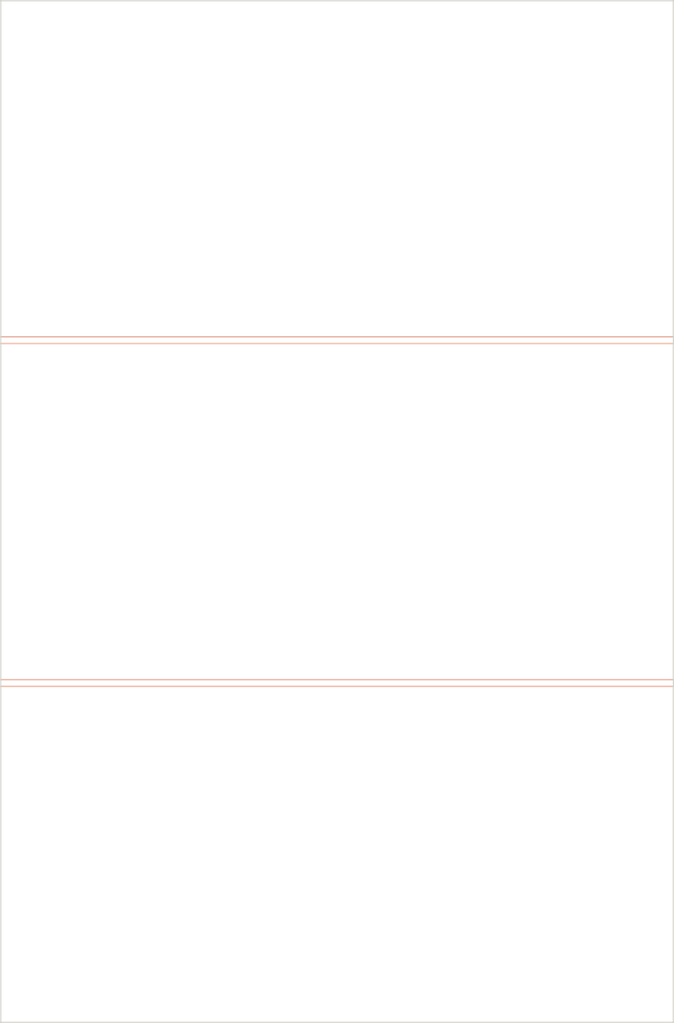
<source format=kicad_pcb>
(kicad_pcb (version 20171130) (host pcbnew "(5.1.10)-1")

  (general
    (thickness 1.6)
    (drawings 28)
    (tracks 119)
    (zones 0)
    (modules 0)
    (nets 14)
  )

  (page A4)
  (layers
    (0 F.Cu signal)
    (1 In1.Cu signal)
    (2 In2.Cu signal)
    (31 B.Cu signal)
    (32 B.Adhes user)
    (33 F.Adhes user)
    (34 B.Paste user)
    (35 F.Paste user)
    (36 B.SilkS user)
    (37 F.SilkS user)
    (38 B.Mask user)
    (39 F.Mask user)
    (40 Dwgs.User user)
    (41 Cmts.User user)
    (42 Eco1.User user)
    (43 Eco2.User user)
    (44 Edge.Cuts user)
    (45 Margin user)
    (46 B.CrtYd user)
    (47 F.CrtYd user)
    (48 B.Fab user)
    (49 F.Fab user)
  )

  (setup
    (last_trace_width 0.25)
    (user_trace_width 0.25)
    (user_trace_width 0.3)
    (user_trace_width 0.4)
    (user_trace_width 0.5)
    (user_trace_width 0.6)
    (user_trace_width 0.7)
    (user_trace_width 0.8)
    (user_trace_width 1)
    (user_trace_width 1.2)
    (user_trace_width 1.4)
    (user_trace_width 2)
    (trace_clearance 0.2)
    (zone_clearance 0.254)
    (zone_45_only yes)
    (trace_min 0.2)
    (via_size 0.8)
    (via_drill 0.4)
    (via_min_size 0.4)
    (via_min_drill 0.3)
    (user_via 1 0.5)
    (user_via 1.1 0.6)
    (user_via 1.2 0.7)
    (user_via 1.6 1)
    (user_via 1.8 1.2)
    (user_via 2 1.4)
    (user_via 2.4 1.8)
    (uvia_size 0.3)
    (uvia_drill 0.1)
    (uvias_allowed no)
    (uvia_min_size 0.2)
    (uvia_min_drill 0.1)
    (edge_width 0.1)
    (segment_width 0.2)
    (pcb_text_width 0.3)
    (pcb_text_size 1.5 1.5)
    (mod_edge_width 0.15)
    (mod_text_size 1 1)
    (mod_text_width 0.15)
    (pad_size 1.7 1.7)
    (pad_drill 1)
    (pad_to_mask_clearance 0)
    (aux_axis_origin 48.1 52.4)
    (grid_origin 48.1 52.4)
    (visible_elements 7FFFFFFF)
    (pcbplotparams
      (layerselection 0x010fc_ffffffff)
      (usegerberextensions false)
      (usegerberattributes true)
      (usegerberadvancedattributes true)
      (creategerberjobfile true)
      (excludeedgelayer true)
      (linewidth 0.020000)
      (plotframeref false)
      (viasonmask false)
      (mode 1)
      (useauxorigin false)
      (hpglpennumber 1)
      (hpglpenspeed 20)
      (hpglpendiameter 15.000000)
      (psnegative false)
      (psa4output false)
      (plotreference true)
      (plotvalue true)
      (plotinvisibletext false)
      (padsonsilk false)
      (subtractmaskfromsilk true)
      (outputformat 1)
      (mirror false)
      (drillshape 0)
      (scaleselection 1)
      (outputdirectory "Gerbers/"))
  )

  (net 0 "")
  (net 1 GND1)
  (net 2 GNDPWR)
  (net 3 +5VP)
  (net 4 "Net-(F1-Pad2)")
  (net 5 AC)
  (net 6 "Net-(F2-Pad2)")
  (net 7 +3.3VP)
  (net 8 /L1_o1_nEn)
  (net 9 /L1_o2_nEn)
  (net 10 /Int)
  (net 11 "Net-(C17-Pad2)")
  (net 12 /I2C_SCL)
  (net 13 /+5V_valid)

  (net_class Default "Это класс цепей по умолчанию."
    (clearance 0.2)
    (trace_width 0.25)
    (via_dia 0.8)
    (via_drill 0.4)
    (uvia_dia 0.3)
    (uvia_drill 0.1)
    (add_net +3.3VP)
    (add_net +5VP)
    (add_net /+5V_valid)
    (add_net /I2C_SCL)
    (add_net AC)
    (add_net GND1)
    (add_net GNDPWR)
    (add_net "Net-(C17-Pad2)")
    (add_net "Net-(F1-Pad2)")
    (add_net "Net-(F2-Pad2)")
  )

  (net_class Digital ""
    (clearance 0.2)
    (trace_width 0.3)
    (via_dia 0.8)
    (via_drill 0.4)
    (uvia_dia 0.3)
    (uvia_drill 0.1)
    (diff_pair_width 0.2)
    (diff_pair_gap 0.3)
    (add_net /Int)
    (add_net /L1_o1_nEn)
    (add_net /L1_o2_nEn)
  )

  (gr_line (start 48.1 128.4) (end 48.1 52.4) (layer Edge.Cuts) (width 0.1) (tstamp 61E76A34))
  (gr_line (start 98.1 128.4) (end 48.1 128.4) (layer Edge.Cuts) (width 0.1))
  (gr_line (start 98.1 52.4) (end 98.1 128.4) (layer Edge.Cuts) (width 0.1))
  (gr_line (start 48.1 52.4) (end 98.1 52.4) (layer Edge.Cuts) (width 0.1))
  (gr_line (start 48.1 52.4) (end 98.1 52.4) (layer B.SilkS) (width 0.1) (tstamp 61E76A0C))
  (gr_line (start 98.1 77.4) (end 98.1 52.4) (layer B.SilkS) (width 0.1) (tstamp 61E76A0B))
  (gr_line (start 48.1 77.4) (end 48.1 52.4) (layer B.SilkS) (width 0.1) (tstamp 61E76A0A))
  (gr_line (start 98.1 77.4) (end 48.1 77.4) (layer B.SilkS) (width 0.1) (tstamp 61E76A09))
  (gr_line (start 48.1 77.9) (end 98.1 77.9) (layer B.SilkS) (width 0.1) (tstamp 61E76A08))
  (gr_line (start 98.1 102.9) (end 98.1 77.9) (layer B.SilkS) (width 0.1) (tstamp 61E76A07))
  (gr_line (start 48.1 102.9) (end 48.1 77.9) (layer B.SilkS) (width 0.1) (tstamp 61E76A06))
  (gr_line (start 98.1 102.9) (end 48.1 102.9) (layer B.SilkS) (width 0.1) (tstamp 61E76A05))
  (gr_line (start 48.1 103.4) (end 98.1 103.4) (layer B.SilkS) (width 0.1) (tstamp 61E76A04))
  (gr_line (start 98.1 128.4) (end 98.1 103.4) (layer B.SilkS) (width 0.1) (tstamp 61E76A03))
  (gr_line (start 48.1 128.4) (end 48.1 103.4) (layer B.SilkS) (width 0.1) (tstamp 61E76A02))
  (gr_line (start 98.1 128.4) (end 48.1 128.4) (layer B.SilkS) (width 0.1) (tstamp 61E76A01))
  (gr_line (start 48.1 128.4) (end 98.1 128.4) (layer F.SilkS) (width 0.1) (tstamp 61E769EC))
  (gr_line (start 98.1 103.4) (end 98.1 128.4) (layer F.SilkS) (width 0.1) (tstamp 61E769EB))
  (gr_line (start 48.1 103.4) (end 48.1 128.4) (layer F.SilkS) (width 0.1) (tstamp 61E769EA))
  (gr_line (start 98.1 103.4) (end 48.1 103.4) (layer F.SilkS) (width 0.1) (tstamp 61E769E9))
  (gr_line (start 48.1 102.9) (end 98.1 102.9) (layer F.SilkS) (width 0.1) (tstamp 61E769E4))
  (gr_line (start 98.1 77.9) (end 98.1 102.9) (layer F.SilkS) (width 0.1) (tstamp 61E769E3))
  (gr_line (start 48.1 77.9) (end 48.1 102.9) (layer F.SilkS) (width 0.1) (tstamp 61E769E2))
  (gr_line (start 98.1 77.9) (end 48.1 77.9) (layer F.SilkS) (width 0.1) (tstamp 61E769E1))
  (gr_line (start 48.1 52.4) (end 48.1 77.4) (layer F.SilkS) (width 0.1) (tstamp 5FD30EB7))
  (gr_line (start 98.1 52.4) (end 48.1 52.4) (layer F.SilkS) (width 0.1))
  (gr_line (start 98.1 52.4) (end 98.1 77.4) (layer F.SilkS) (width 0.1))
  (gr_line (start 48.1 77.4) (end 98.1 77.4) (layer F.SilkS) (width 0.1))

  (segment (start 59.026999 57.818001) (end 60.527 56.318) (width 1) (layer In2.Cu) (net 1))
  (segment (start 59.026999 61.446107) (end 59.026999 57.818001) (width 1) (layer In2.Cu) (net 1))
  (segment (start 58.186106 62.287) (end 59.026999 61.446107) (width 1) (layer In2.Cu) (net 1))
  (segment (start 57.479 62.287) (end 58.186106 62.287) (width 1) (layer In2.Cu) (net 1))
  (segment (start 50.621 63.049) (end 51.637 64.065) (width 1) (layer In2.Cu) (net 1))
  (segment (start 50.621 58.35) (end 50.621 63.049) (width 1) (layer In2.Cu) (net 1))
  (segment (start 75.64 54.032) (end 76.91 54.032) (width 0.6) (layer In2.Cu) (net 2) (status 30))
  (segment (start 68.274 53.905) (end 71.83 53.905) (width 0.6) (layer In2.Cu) (net 2))
  (segment (start 75.513 53.905) (end 75.64 54.032) (width 0.6) (layer In2.Cu) (net 2) (status 30))
  (segment (start 71.83 53.905) (end 75.513 53.905) (width 0.6) (layer In2.Cu) (net 2) (status 20))
  (segment (start 77.617106 54.032) (end 76.91 54.032) (width 1) (layer In2.Cu) (net 2) (status 20))
  (segment (start 80.212 56.626894) (end 77.617106 54.032) (width 1) (layer In2.Cu) (net 2))
  (segment (start 80.212 58.477) (end 80.212 56.626894) (width 1) (layer In2.Cu) (net 2))
  (segment (start 91.689 68.43) (end 91.769 68.51) (width 1.4) (layer In2.Cu) (net 2))
  (segment (start 91.689 65.081) (end 91.689 68.43) (width 1.4) (layer In2.Cu) (net 2))
  (segment (start 81.783 68.43) (end 81.863 68.51) (width 1.4) (layer In2.Cu) (net 2))
  (segment (start 81.783 65.081) (end 81.783 68.43) (width 1.4) (layer In2.Cu) (net 2))
  (segment (start 63.733677 72.960869) (end 62.686 71.913192) (width 1) (layer In2.Cu) (net 2))
  (segment (start 62.686 71.177) (end 60.527 69.018) (width 1) (layer In2.Cu) (net 2))
  (segment (start 62.686 71.913192) (end 62.686 71.177) (width 1) (layer In2.Cu) (net 2))
  (segment (start 73.563141 72.960869) (end 74.060945 72.463065) (width 1) (layer In2.Cu) (net 2))
  (segment (start 70.173131 72.960869) (end 73.563141 72.960869) (width 1) (layer In2.Cu) (net 2))
  (segment (start 70.173131 72.960869) (end 70.173131 71.171131) (width 1) (layer In2.Cu) (net 2))
  (segment (start 70.173131 71.171131) (end 70.157425 71.155425) (width 1) (layer In2.Cu) (net 2))
  (segment (start 76.93007 65.081) (end 81.783 65.081) (width 1) (layer In2.Cu) (net 2))
  (segment (start 74.751 62.90193) (end 76.93007 65.081) (width 1) (layer In2.Cu) (net 2))
  (segment (start 74.751 62.287) (end 74.751 62.90193) (width 1) (layer In2.Cu) (net 2))
  (segment (start 49.224 66.732) (end 49.224 66.097) (width 0.6) (layer In2.Cu) (net 2))
  (segment (start 59.13 67.621) (end 50.113 67.621) (width 0.6) (layer In2.Cu) (net 2))
  (segment (start 50.113 67.621) (end 49.224 66.732) (width 0.6) (layer In2.Cu) (net 2))
  (segment (start 60.527 69.018) (end 59.13 67.621) (width 0.6) (layer In2.Cu) (net 2))
  (segment (start 80.974 58.477) (end 80.212 58.477) (width 1.4) (layer In2.Cu) (net 2))
  (segment (start 81.783 59.286) (end 80.974 58.477) (width 1.4) (layer In2.Cu) (net 2))
  (segment (start 81.783 65.081) (end 81.783 59.286) (width 1.4) (layer In2.Cu) (net 2))
  (segment (start 90.626 58.477) (end 90.118 58.477) (width 1.4) (layer In2.Cu) (net 2))
  (segment (start 91.689 59.54) (end 90.626 58.477) (width 1.4) (layer In2.Cu) (net 2))
  (segment (start 91.689 65.081) (end 91.689 59.54) (width 1.4) (layer In2.Cu) (net 2))
  (segment (start 68.412001 71.252999) (end 68.412001 72.689999) (width 0.6) (layer In2.Cu) (net 2))
  (segment (start 67.833065 70.674063) (end 68.412001 71.252999) (width 0.6) (layer In2.Cu) (net 2))
  (segment (start 67.078402 70.674063) (end 67.833065 70.674063) (width 0.6) (layer In2.Cu) (net 2))
  (segment (start 68.412001 72.689999) (end 68.141131 72.960869) (width 0.6) (layer In2.Cu) (net 2))
  (segment (start 68.141131 72.960869) (end 63.733677 72.960869) (width 1) (layer In2.Cu) (net 2))
  (segment (start 70.173131 72.960869) (end 68.141131 72.960869) (width 1) (layer In2.Cu) (net 2))
  (segment (start 60.527 69.018) (end 60.527 68.411502) (width 0.6) (layer In2.Cu) (net 2))
  (segment (start 63.829 65.109502) (end 63.829 61.525022) (width 0.6) (layer In2.Cu) (net 2))
  (segment (start 60.527 68.411502) (end 63.829 65.109502) (width 0.6) (layer In2.Cu) (net 2))
  (segment (start 80.212 58.477) (end 80.242001 58.446999) (width 1.4) (layer In2.Cu) (net 2))
  (segment (start 89.102 59.493) (end 90.118 58.477) (width 1.4) (layer In2.Cu) (net 2))
  (segment (start 80.242001 58.446999) (end 83.991999 58.446999) (width 1.4) (layer In2.Cu) (net 2))
  (segment (start 85.038 59.493) (end 89.102 59.493) (width 1.4) (layer In2.Cu) (net 2))
  (segment (start 83.991999 58.446999) (end 85.038 59.493) (width 1.4) (layer In2.Cu) (net 2))
  (segment (start 75.687435 72.463065) (end 74.060945 72.463065) (width 1.4) (layer In2.Cu) (net 2))
  (segment (start 79.6405 68.51) (end 75.687435 72.463065) (width 1.4) (layer In2.Cu) (net 2))
  (segment (start 81.863 68.51) (end 79.6405 68.51) (width 1.4) (layer In2.Cu) (net 2))
  (segment (start 95.96 56.318) (end 96.722 57.08) (width 1) (layer In1.Cu) (net 3) (status 20))
  (segment (start 87.578 56.318) (end 95.96 56.318) (width 1) (layer In1.Cu) (net 3))
  (segment (start 86.816 57.08) (end 87.578 56.318) (width 1) (layer In1.Cu) (net 3) (status 10))
  (segment (start 86.816 58.352792) (end 86.816 57.08) (width 1) (layer In1.Cu) (net 3))
  (segment (start 80.976792 64.192) (end 86.816 58.352792) (width 1) (layer In1.Cu) (net 3))
  (segment (start 80.466 64.192) (end 80.976792 64.192) (width 1) (layer In1.Cu) (net 3))
  (segment (start 75.391991 69.266009) (end 80.466 64.192) (width 1) (layer In1.Cu) (net 3))
  (segment (start 63.569009 69.266009) (end 75.391991 69.266009) (width 1) (layer In1.Cu) (net 3))
  (segment (start 62.432 68.129) (end 63.569009 69.266009) (width 1) (layer In1.Cu) (net 3))
  (segment (start 85.8 66.224) (end 86.816 67.24) (width 2) (layer In1.Cu) (net 4) (status 20))
  (segment (start 85.8 62.922) (end 85.8 66.224) (width 2) (layer In1.Cu) (net 4) (status 10))
  (segment (start 95.325 71.05) (end 95.833 70.542) (width 2) (layer In1.Cu) (net 5) (status 30))
  (segment (start 86.308 71.05) (end 95.325 71.05) (width 2) (layer In1.Cu) (net 5) (status 30))
  (segment (start 85.8 70.542) (end 86.308 71.05) (width 2) (layer In1.Cu) (net 5) (status 30))
  (segment (start 85.292 71.05) (end 85.8 70.542) (width 2) (layer In1.Cu) (net 5))
  (segment (start 80.847 71.05) (end 85.292 71.05) (width 2) (layer In1.Cu) (net 5))
  (segment (start 75.767 76.13) (end 80.847 71.05) (width 2) (layer In1.Cu) (net 5))
  (segment (start 60.019 76.13) (end 75.767 76.13) (width 2) (layer In1.Cu) (net 5))
  (segment (start 95.833 66.351) (end 96.722 67.24) (width 2) (layer In1.Cu) (net 6) (status 20))
  (segment (start 95.833 62.922) (end 95.833 66.351) (width 2) (layer In1.Cu) (net 6) (status 10))
  (segment (start 64.357678 71.660868) (end 65.65181 72.955) (width 1) (layer In1.Cu) (net 7))
  (segment (start 67.512 72.828) (end 67.639 72.955) (width 1) (layer In1.Cu) (net 7))
  (segment (start 67.512 71.685) (end 67.512 72.828) (width 1) (layer In1.Cu) (net 7))
  (segment (start 65.65181 72.955) (end 67.639 72.955) (width 1) (layer In1.Cu) (net 7))
  (segment (start 72.387627 70.480874) (end 72.387627 70.471744) (width 1) (layer In1.Cu) (net 7))
  (segment (start 67.639 72.955) (end 69.913501 72.955) (width 1) (layer In1.Cu) (net 7))
  (segment (start 69.913501 72.955) (end 72.387627 70.480874) (width 1) (layer In1.Cu) (net 7))
  (segment (start 75.386 65.234) (end 75.386 67.494) (width 1) (layer In2.Cu) (net 7))
  (segment (start 72.408256 70.471744) (end 72.387627 70.471744) (width 1) (layer In2.Cu) (net 7))
  (segment (start 75.386 67.494) (end 72.408256 70.471744) (width 1) (layer In2.Cu) (net 7))
  (segment (start 74.751 61.017) (end 74.392998 61.017) (width 0.8) (layer In1.Cu) (net 7))
  (segment (start 73.650999 62.980388) (end 75.386 64.715389) (width 0.8) (layer In1.Cu) (net 7))
  (segment (start 73.650999 61.758999) (end 73.650999 62.980388) (width 0.8) (layer In1.Cu) (net 7))
  (segment (start 75.386 64.715389) (end 75.386 65.234) (width 0.8) (layer In1.Cu) (net 7))
  (segment (start 74.392998 61.017) (end 73.650999 61.758999) (width 0.8) (layer In1.Cu) (net 7))
  (segment (start 65.988 64.827) (end 65.988 64.900679) (width 0.3) (layer In2.Cu) (net 8))
  (segment (start 80.212 60.001) (end 80.085 60.128) (width 0.3) (layer In2.Cu) (net 8))
  (segment (start 72.084 62.16) (end 74.116 60.128) (width 0.3) (layer In2.Cu) (net 8))
  (segment (start 68.655 62.16) (end 72.084 62.16) (width 0.3) (layer In2.Cu) (net 8))
  (segment (start 80.085 60.128) (end 74.116 60.128) (width 0.3) (layer In2.Cu) (net 8))
  (segment (start 68.655 62.16) (end 65.988 64.827) (width 0.3) (layer In2.Cu) (net 8))
  (segment (start 82.382997 60.751001) (end 83.26 59.873998) (width 0.3) (layer In1.Cu) (net 9))
  (segment (start 78.375 60.751001) (end 82.382997 60.751001) (width 0.3) (layer In1.Cu) (net 9))
  (segment (start 77.751999 60.128) (end 78.375 60.751001) (width 0.3) (layer In1.Cu) (net 9))
  (segment (start 74.0525 60.128) (end 77.751999 60.128) (width 0.3) (layer In1.Cu) (net 9))
  (segment (start 72.0205 62.16) (end 74.0525 60.128) (width 0.3) (layer In1.Cu) (net 9))
  (segment (start 66.877 62.16) (end 72.0205 62.16) (width 0.3) (layer In1.Cu) (net 9))
  (segment (start 73.152598 63.961989) (end 67.927259 63.961989) (width 0.3) (layer In2.Cu) (net 10))
  (segment (start 67.927259 63.961989) (end 66.999241 64.890007) (width 0.3) (layer In2.Cu) (net 10))
  (segment (start 73.762621 64.572012) (end 73.152598 63.961989) (width 0.3) (layer In2.Cu) (net 10))
  (segment (start 64.824868 62.079152) (end 65.379 61.52502) (width 0.6) (layer In2.Cu) (net 11))
  (segment (start 65.805125 71.328125) (end 65.805125 66.307492) (width 0.6) (layer In2.Cu) (net 11))
  (segment (start 64.824868 65.327235) (end 64.824868 62.079152) (width 0.6) (layer In2.Cu) (net 11))
  (segment (start 66.162 71.685) (end 65.805125 71.328125) (width 0.6) (layer In2.Cu) (net 11))
  (segment (start 65.805125 66.307492) (end 64.824868 65.327235) (width 0.6) (layer In2.Cu) (net 11))
  (segment (start 68.130639 67.764361) (end 68.130639 67.902033) (width 0.25) (layer In2.Cu) (net 12))
  (segment (start 71.18301 64.71199) (end 68.130639 67.764361) (width 0.25) (layer In2.Cu) (net 12))
  (segment (start 72.124357 64.71199) (end 71.18301 64.71199) (width 0.25) (layer In2.Cu) (net 12))
  (segment (start 67.653199 67.098805) (end 66.877002 67.875002) (width 0.25) (layer In1.Cu) (net 13))
  (segment (start 68.796195 67.098805) (end 67.653199 67.098805) (width 0.25) (layer In1.Cu) (net 13))
  (segment (start 69.846989 66.048011) (end 68.796195 67.098805) (width 0.25) (layer In1.Cu) (net 13))
  (segment (start 78.116001 63.747999) (end 75.815989 66.048011) (width 0.25) (layer In1.Cu) (net 13))
  (segment (start 75.815989 66.048011) (end 69.846989 66.048011) (width 0.25) (layer In1.Cu) (net 13))
  (segment (start 78.116001 61.842001) (end 78.116001 63.747999) (width 0.25) (layer In1.Cu) (net 13))
  (segment (start 77.291 61.017) (end 78.116001 61.842001) (width 0.25) (layer In1.Cu) (net 13))

)

</source>
